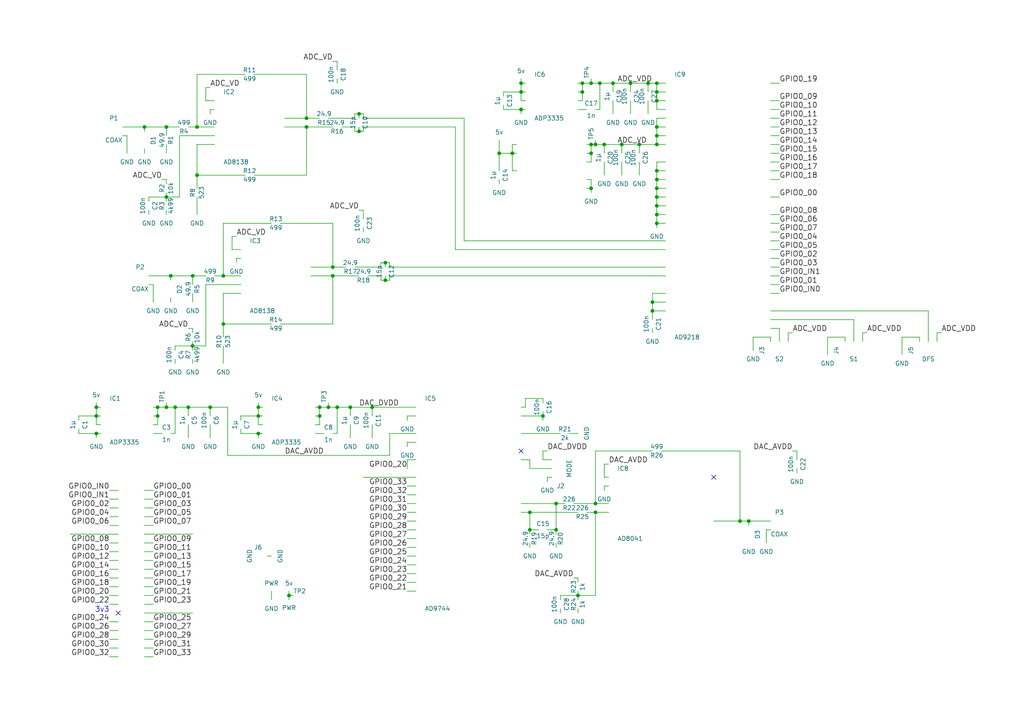
<source format=kicad_sch>
(kicad_sch (version 20230121) (generator eeschema)
  (paper "A4")
  (title_block (title "BBB ADC/DAC Prototype") (date "2017-11-01") (rev "1") (company "Adam Greig"))
  (junction (at 190.5 39.37))
  (junction (at 49.53 80.01))
  (junction (at 27.94 120.65))
  (junction (at 175.26 41.91))
  (junction (at 157.48 120.65))
  (junction (at 190.5 54.61))
  (junction (at 189.23 87.63))
  (junction (at 111.76 76.2))
  (junction (at 190.5 49.53))
  (junction (at 74.93 118.11))
  (junction (at 74.93 125.73))
  (junction (at 27.94 125.73))
  (junction (at 182.88 24.13))
  (junction (at 54.61 118.11))
  (junction (at 190.5 36.83))
  (junction (at 190.5 24.13))
  (junction (at 45.72 118.11))
  (junction (at 167.64 172.72))
  (junction (at 161.29 146.05))
  (junction (at 151.13 26.67))
  (junction (at 172.72 146.05))
  (junction (at 64.77 93.98))
  (junction (at 171.45 44.45))
  (junction (at 101.6 118.11))
  (junction (at 104.14 33.02))
  (junction (at 187.96 24.13))
  (junction (at 96.52 80.01))
  (junction (at 27.94 118.11))
  (junction (at 189.23 90.17))
  (junction (at 171.45 41.91))
  (junction (at 111.76 81.28))
  (junction (at 88.9 34.29))
  (junction (at 57.15 36.83))
  (junction (at 45.72 120.65))
  (junction (at 151.13 31.75))
  (junction (at 168.91 26.67))
  (junction (at 55.88 80.01))
  (junction (at 74.93 120.65))
  (junction (at 177.8 24.13))
  (junction (at 92.71 120.65))
  (junction (at 97.79 118.11))
  (junction (at 172.72 148.59))
  (junction (at 60.96 118.11))
  (junction (at 180.34 41.91))
  (junction (at 185.42 41.91))
  (junction (at 48.26 118.11))
  (junction (at 153.67 153.67))
  (junction (at 144.78 44.45))
  (junction (at 48.26 57.15))
  (junction (at 50.8 118.11))
  (junction (at 190.5 57.15))
  (junction (at 55.88 100.33))
  (junction (at 190.5 62.23))
  (junction (at 171.45 54.61))
  (junction (at 190.5 26.67))
  (junction (at 57.15 50.8))
  (junction (at 88.9 36.83))
  (junction (at 190.5 52.07))
  (junction (at 95.25 118.11))
  (junction (at 172.72 41.91))
  (junction (at 151.13 24.13))
  (junction (at 153.67 148.59))
  (junction (at 214.63 151.13))
  (junction (at 217.17 151.13))
  (junction (at 83.82 172.72))
  (junction (at 148.59 44.45))
  (junction (at 171.45 24.13))
  (junction (at 173.99 24.13))
  (junction (at 190.5 41.91))
  (junction (at 64.77 80.01))
  (junction (at 168.91 24.13))
  (junction (at 104.14 38.1))
  (junction (at 190.5 64.77))
  (junction (at 96.52 77.47))
  (junction (at 161.29 153.67))
  (junction (at 41.91 36.83))
  (junction (at 190.5 29.21))
  (junction (at 107.95 118.11))
  (junction (at 48.26 36.83))
  (junction (at 92.71 118.11))
  (junction (at 190.5 59.69))
  (no_connect (at 207.01 138.43))
  (no_connect (at 151.13 130.81))
  (no_connect (at 34.29 177.8))
  (wire (pts (xy 62.23 80.01) (xy 64.77 80.01)))
  (wire (pts (xy 261.62 102.87) (xy 261.62 97.79)))
  (wire (pts (xy 35.56 36.83) (xy 41.91 36.83)))
  (wire (pts (xy 48.26 52.07) (xy 46.99 52.07)))
  (wire (pts (xy 152.4 24.13) (xy 151.13 24.13)))
  (wire (pts (xy 74.93 125.73) (xy 76.2 125.73)))
  (wire (pts (xy 74.93 123.19) (xy 76.2 123.19)))
  (wire (pts (xy 111.76 81.28) (xy 111.76 80.01)))
  (wire (pts (xy 69.85 120.65) (xy 74.93 120.65)))
  (wire (pts (xy 175.26 140.97) (xy 176.53 140.97)))
  (wire (pts (xy 76.2 118.11) (xy 74.93 118.11)))
  (wire (pts (xy 44.45 175.26) (xy 41.91 175.26)))
  (wire (pts (xy 31.75 162.56) (xy 34.29 162.56)))
  (wire (pts (xy 82.55 34.29) (xy 88.9 34.29)))
  (wire (pts (xy 120.65 125.73) (xy 113.03 125.73)))
  (wire (pts (xy 187.96 24.13) (xy 190.5 24.13)))
  (wire (pts (xy 161.29 146.05) (xy 163.83 146.05)))
  (wire (pts (xy 175.26 138.43) (xy 176.53 138.43)))
  (wire (pts (xy 177.8 24.13) (xy 182.88 24.13)))
  (wire (pts (xy 214.63 151.13) (xy 217.17 151.13)))
  (wire (pts (xy 48.26 116.84) (xy 48.26 118.11)))
  (wire (pts (xy 48.26 44.45) (xy 48.26 41.91)))
  (wire (pts (xy 113.03 132.08) (xy 66.04 132.08)))
  (wire (pts (xy 185.42 41.91) (xy 190.5 41.91)))
  (wire (pts (xy 68.58 76.2) (xy 68.58 74.93)))
  (wire (pts (xy 50.8 100.33) (xy 50.8 101.6)))
  (wire (pts (xy 31.75 172.72) (xy 34.29 172.72)))
  (wire (pts (xy 118.11 163.83) (xy 120.65 163.83)))
  (wire (pts (xy 107.95 118.11) (xy 120.65 118.11)))
  (wire (pts (xy 160.02 138.43) (xy 158.75 138.43)))
  (wire (pts (xy 190.5 39.37) (xy 190.5 36.83)))
  (wire (pts (xy 55.88 95.25) (xy 55.88 96.52)))
  (wire (pts (xy 172.72 40.64) (xy 172.72 41.91)))
  (wire (pts (xy 223.52 95.25) (xy 226.06 95.25)))
  (wire (pts (xy 180.34 44.45) (xy 180.34 41.91)))
  (wire (pts (xy 31.75 180.34) (xy 34.29 180.34)))
  (wire (pts (xy 41.91 167.64) (xy 44.45 167.64)))
  (wire (pts (xy 173.99 31.75) (xy 172.72 31.75)))
  (wire (pts (xy 167.64 167.64) (xy 166.37 167.64)))
  (wire (pts (xy 189.23 90.17) (xy 193.04 90.17)))
  (wire (pts (xy 64.77 64.77) (xy 64.77 80.01)))
  (wire (pts (xy 59.69 100.33) (xy 59.69 82.55)))
  (wire (pts (xy 66.04 132.08) (xy 66.04 118.11)))
  (wire (pts (xy 59.69 25.4) (xy 59.69 29.21)))
  (wire (pts (xy 44.45 125.73) (xy 46.99 125.73)))
  (wire (pts (xy 223.52 44.45) (xy 226.06 44.45)))
  (wire (pts (xy 48.26 52.07) (xy 48.26 53.34)))
  (wire (pts (xy 161.29 158.75) (xy 161.29 157.48)))
  (wire (pts (xy 226.06 62.23) (xy 223.52 62.23)))
  (wire (pts (xy 167.64 31.75) (xy 170.18 31.75)))
  (wire (pts (xy 55.88 100.33) (xy 59.69 100.33)))
  (wire (pts (xy 22.86 121.92) (xy 22.86 120.65)))
  (wire (pts (xy 190.5 39.37) (xy 193.04 39.37)))
  (wire (pts (xy 102.87 77.47) (xy 110.49 77.47)))
  (wire (pts (xy 171.45 41.91) (xy 172.72 41.91)))
  (wire (pts (xy 81.28 93.98) (xy 96.52 93.98)))
  (wire (pts (xy 226.06 95.25) (xy 226.06 99.06)))
  (wire (pts (xy 180.34 50.8) (xy 180.34 46.99)))
  (wire (pts (xy 74.93 118.11) (xy 74.93 120.65)))
  (wire (pts (xy 118.11 148.59) (xy 120.65 148.59)))
  (wire (pts (xy 170.18 148.59) (xy 172.72 148.59)))
  (wire (pts (xy 226.06 31.75) (xy 223.52 31.75)))
  (wire (pts (xy 44.45 157.48) (xy 41.91 157.48)))
  (wire (pts (xy 44.45 160.02) (xy 41.91 160.02)))
  (wire (pts (xy 190.5 41.91) (xy 190.5 39.37)))
  (wire (pts (xy 189.23 130.81) (xy 172.72 130.81)))
  (wire (pts (xy 92.71 120.65) (xy 92.71 123.19)))
  (wire (pts (xy 97.79 118.11) (xy 101.6 118.11)))
  (wire (pts (xy 64.77 105.41) (xy 64.77 100.33)))
  (wire (pts (xy 193.04 36.83) (xy 190.5 36.83)))
  (wire (pts (xy 41.91 190.5) (xy 44.45 190.5)))
  (wire (pts (xy 64.77 93.98) (xy 78.74 93.98)))
  (wire (pts (xy 153.67 158.75) (xy 153.67 157.48)))
  (wire (pts (xy 82.55 36.83) (xy 88.9 36.83)))
  (wire (pts (xy 44.45 170.18) (xy 41.91 170.18)))
  (wire (pts (xy 182.88 24.13) (xy 187.96 24.13)))
  (wire (pts (xy 104.14 60.96) (xy 105.41 60.96)))
  (wire (pts (xy 118.11 153.67) (xy 120.65 153.67)))
  (wire (pts (xy 105.41 38.1) (xy 105.41 36.83)))
  (wire (pts (xy 48.26 62.23) (xy 48.26 60.96)))
  (wire (pts (xy 231.14 130.81) (xy 231.14 133.35)))
  (wire (pts (xy 187.96 29.21) (xy 187.96 33.02)))
  (wire (pts (xy 170.18 41.91) (xy 171.45 41.91)))
  (wire (pts (xy 44.45 82.55) (xy 44.45 87.63)))
  (wire (pts (xy 96.52 17.78) (xy 97.79 17.78)))
  (wire (pts (xy 57.15 50.8) (xy 57.15 54.61)))
  (wire (pts (xy 107.95 120.65) (xy 107.95 118.11)))
  (wire (pts (xy 171.45 46.99) (xy 170.18 46.99)))
  (wire (pts (xy 190.5 24.13) (xy 193.04 24.13)))
  (wire (pts (xy 74.93 127) (xy 74.93 125.73)))
  (wire (pts (xy 160.02 135.89) (xy 153.67 135.89)))
  (wire (pts (xy 172.72 148.59) (xy 176.53 148.59)))
  (wire (pts (xy 27.94 127) (xy 27.94 125.73)))
  (wire (pts (xy 223.52 57.15) (xy 226.06 57.15)))
  (wire (pts (xy 50.8 100.33) (xy 55.88 100.33)))
  (wire (pts (xy 167.64 172.72) (xy 172.72 172.72)))
  (wire (pts (xy 27.94 125.73) (xy 29.21 125.73)))
  (wire (pts (xy 95.25 34.29) (xy 102.87 34.29)))
  (wire (pts (xy 193.04 29.21) (xy 190.5 29.21)))
  (wire (pts (xy 96.52 64.77) (xy 96.52 77.47)))
  (wire (pts (xy 171.45 54.61) (xy 171.45 55.88)))
  (wire (pts (xy 50.8 118.11) (xy 50.8 125.73)))
  (wire (pts (xy 60.96 127) (xy 60.96 123.19)))
  (wire (pts (xy 20.32 154.94) (xy 34.29 154.94)))
  (wire (pts (xy 59.69 82.55) (xy 69.85 82.55)))
  (wire (pts (xy 151.13 29.21) (xy 152.4 29.21)))
  (wire (pts (xy 31.75 152.4) (xy 34.29 152.4)))
  (wire (pts (xy 95.25 118.11) (xy 97.79 118.11)))
  (wire (pts (xy 85.09 172.72) (xy 83.82 172.72)))
  (wire (pts (xy 105.41 67.31) (xy 105.41 66.04)))
  (wire (pts (xy 223.52 69.85) (xy 226.06 69.85)))
  (wire (pts (xy 31.75 147.32) (xy 34.29 147.32)))
  (wire (pts (xy 168.91 24.13) (xy 171.45 24.13)))
  (wire (pts (xy 170.18 52.07) (xy 171.45 52.07)))
  (wire (pts (xy 271.78 96.52) (xy 271.78 99.06)))
  (wire (pts (xy 146.05 30.48) (xy 146.05 31.75)))
  (wire (pts (xy 226.06 46.99) (xy 223.52 46.99)))
  (wire (pts (xy 64.77 85.09) (xy 64.77 93.98)))
  (wire (pts (xy 193.04 54.61) (xy 190.5 54.61)))
  (wire (pts (xy 44.45 165.1) (xy 41.91 165.1)))
  (wire (pts (xy 190.5 54.61) (xy 190.5 57.15)))
  (wire (pts (xy 41.91 185.42) (xy 44.45 185.42)))
  (wire (pts (xy 157.48 120.65) (xy 157.48 121.92)))
  (wire (pts (xy 91.44 118.11) (xy 92.71 118.11)))
  (wire (pts (xy 41.91 172.72) (xy 44.45 172.72)))
  (wire (pts (xy 168.91 29.21) (xy 167.64 29.21)))
  (wire (pts (xy 190.5 62.23) (xy 190.5 64.77)))
  (wire (pts (xy 158.75 153.67) (xy 161.29 153.67)))
  (wire (pts (xy 49.53 87.63) (xy 49.53 86.36)))
  (wire (pts (xy 151.13 33.02) (xy 151.13 31.75)))
  (wire (pts (xy 69.85 125.73) (xy 74.93 125.73)))
  (wire (pts (xy 81.28 64.77) (xy 96.52 64.77)))
  (wire (pts (xy 118.11 171.45) (xy 120.65 171.45)))
  (wire (pts (xy 120.65 161.29) (xy 118.11 161.29)))
  (wire (pts (xy 92.71 118.11) (xy 95.25 118.11)))
  (wire (pts (xy 34.29 182.88) (xy 31.75 182.88)))
  (wire (pts (xy 118.11 158.75) (xy 120.65 158.75)))
  (wire (pts (xy 190.5 34.29) (xy 193.04 34.29)))
  (wire (pts (xy 41.91 44.45) (xy 41.91 43.18)))
  (wire (pts (xy 190.5 31.75) (xy 193.04 31.75)))
  (wire (pts (xy 111.76 76.2) (xy 113.03 76.2)))
  (wire (pts (xy 167.64 26.67) (xy 168.91 26.67)))
  (wire (pts (xy 102.87 36.83) (xy 102.87 38.1)))
  (wire (pts (xy 151.13 118.11) (xy 152.4 118.11)))
  (wire (pts (xy 55.88 87.63) (xy 55.88 85.09)))
  (wire (pts (xy 170.18 54.61) (xy 171.45 54.61)))
  (wire (pts (xy 102.87 33.02) (xy 104.14 33.02)))
  (wire (pts (xy 97.79 24.13) (xy 97.79 22.86)))
  (wire (pts (xy 44.45 187.96) (xy 41.91 187.96)))
  (wire (pts (xy 101.6 127) (xy 101.6 123.19)))
  (wire (pts (xy 266.7 97.79) (xy 266.7 99.06)))
  (wire (pts (xy 273.05 96.52) (xy 271.78 96.52)))
  (wire (pts (xy 22.86 124.46) (xy 22.86 125.73)))
  (wire (pts (xy 167.64 177.8) (xy 167.64 176.53)))
  (wire (pts (xy 64.77 93.98) (xy 64.77 97.79)))
  (wire (pts (xy 102.87 38.1) (xy 104.14 38.1)))
  (wire (pts (xy 48.26 118.11) (xy 50.8 118.11)))
  (wire (pts (xy 218.44 97.79) (xy 223.52 97.79)))
  (wire (pts (xy 41.91 180.34) (xy 44.45 180.34)))
  (wire (pts (xy 64.77 80.01) (xy 69.85 80.01)))
  (wire (pts (xy 149.86 41.91) (xy 148.59 41.91)))
  (wire (pts (xy 153.67 153.67) (xy 153.67 154.94)))
  (wire (pts (xy 48.26 55.88) (xy 48.26 57.15)))
  (wire (pts (xy 43.18 82.55) (xy 44.45 82.55)))
  (wire (pts (xy 190.5 29.21) (xy 190.5 31.75)))
  (wire (pts (xy 48.26 36.83) (xy 52.07 36.83)))
  (wire (pts (xy 134.62 69.85) (xy 193.04 69.85)))
  (wire (pts (xy 22.86 125.73) (xy 27.94 125.73)))
  (wire (pts (xy 48.26 57.15) (xy 48.26 58.42)))
  (wire (pts (xy 223.52 153.67) (xy 222.25 153.67)))
  (wire (pts (xy 158.75 130.81) (xy 157.48 130.81)))
  (wire (pts (xy 134.62 34.29) (xy 134.62 69.85)))
  (wire (pts (xy 111.76 81.28) (xy 113.03 81.28)))
  (wire (pts (xy 31.75 149.86) (xy 34.29 149.86)))
  (wire (pts (xy 48.26 57.15) (xy 52.07 57.15)))
  (wire (pts (xy 57.15 41.91) (xy 57.15 50.8)))
  (wire (pts (xy 190.5 62.23) (xy 193.04 62.23)))
  (wire (pts (xy 175.26 142.24) (xy 175.26 140.97)))
  (wire (pts (xy 229.87 130.81) (xy 231.14 130.81)))
  (wire (pts (xy 132.08 36.83) (xy 132.08 72.39)))
  (wire (pts (xy 68.58 74.93) (xy 69.85 74.93)))
  (wire (pts (xy 167.64 24.13) (xy 168.91 24.13)))
  (wire (pts (xy 223.52 90.17) (xy 269.24 90.17)))
  (wire (pts (xy 193.04 59.69) (xy 190.5 59.69)))
  (wire (pts (xy 57.15 36.83) (xy 62.23 36.83)))
  (wire (pts (xy 171.45 41.91) (xy 171.45 44.45)))
  (wire (pts (xy 223.52 97.79) (xy 223.52 99.06)))
  (wire (pts (xy 151.13 24.13) (xy 151.13 26.67)))
  (wire (pts (xy 41.91 177.8) (xy 55.88 177.8)))
  (wire (pts (xy 217.17 152.4) (xy 217.17 151.13)))
  (wire (pts (xy 97.79 125.73) (xy 96.52 125.73)))
  (wire (pts (xy 151.13 133.35) (xy 153.67 133.35)))
  (wire (pts (xy 45.72 120.65) (xy 45.72 123.19)))
  (wire (pts (xy 60.96 33.02) (xy 60.96 31.75)))
  (wire (pts (xy 189.23 90.17) (xy 189.23 92.71)))
  (wire (pts (xy 78.74 171.45) (xy 78.74 173.99)))
  (wire (pts (xy 44.45 120.65) (xy 45.72 120.65)))
  (wire (pts (xy 90.17 77.47) (xy 96.52 77.47)))
  (wire (pts (xy 185.42 44.45) (xy 185.42 41.91)))
  (wire (pts (xy 120.65 146.05) (xy 118.11 146.05)))
  (wire (pts (xy 50.8 125.73) (xy 49.53 125.73)))
  (wire (pts (xy 120.65 128.27) (xy 118.11 128.27)))
  (wire (pts (xy 101.6 118.11) (xy 101.6 120.65)))
  (wire (pts (xy 41.91 144.78) (xy 44.45 144.78)))
  (wire (pts (xy 226.06 41.91) (xy 223.52 41.91)))
  (wire (pts (xy 44.45 118.11) (xy 45.72 118.11)))
  (wire (pts (xy 83.82 172.72) (xy 83.82 171.45)))
  (wire (pts (xy 74.93 120.65) (xy 76.2 120.65)))
  (wire (pts (xy 43.18 60.96) (xy 43.18 62.23)))
  (wire (pts (xy 153.67 153.67) (xy 156.21 153.67)))
  (wire (pts (xy 68.58 68.58) (xy 67.31 68.58)))
  (wire (pts (xy 55.88 105.41) (xy 55.88 104.14)))
  (wire (pts (xy 190.5 57.15) (xy 193.04 57.15)))
  (wire (pts (xy 226.06 72.39) (xy 223.52 72.39)))
  (wire (pts (xy 110.49 80.01) (xy 110.49 81.28)))
  (wire (pts (xy 118.11 140.97) (xy 120.65 140.97)))
  (wire (pts (xy 223.52 39.37) (xy 226.06 39.37)))
  (wire (pts (xy 180.34 41.91) (xy 185.42 41.91)))
  (wire (pts (xy 41.91 152.4) (xy 44.45 152.4)))
  (wire (pts (xy 187.96 26.67) (xy 187.96 24.13)))
  (wire (pts (xy 92.71 118.11) (xy 92.71 120.65)))
  (wire (pts (xy 223.52 74.93) (xy 226.06 74.93)))
  (wire (pts (xy 41.91 36.83) (xy 48.26 36.83)))
  (wire (pts (xy 48.26 36.83) (xy 48.26 39.37)))
  (wire (pts (xy 105.41 60.96) (xy 105.41 63.5)))
  (wire (pts (xy 175.26 50.8) (xy 175.26 46.99)))
  (wire (pts (xy 157.48 115.57) (xy 157.48 116.84)))
  (wire (pts (xy 177.8 24.13) (xy 177.8 26.67)))
  (wire (pts (xy 27.94 118.11) (xy 27.94 120.65)))
  (wire (pts (xy 34.29 170.18) (xy 31.75 170.18)))
  (wire (pts (xy 144.78 44.45) (xy 148.59 44.45)))
  (wire (pts (xy 162.56 172.72) (xy 167.64 172.72)))
  (wire (pts (xy 226.06 36.83) (xy 223.52 36.83)))
  (wire (pts (xy 41.91 36.83) (xy 41.91 38.1)))
  (wire (pts (xy 106.68 80.01) (xy 110.49 80.01)))
  (wire (pts (xy 62.23 41.91) (xy 57.15 41.91)))
  (wire (pts (xy 161.29 153.67) (xy 161.29 154.94)))
  (wire (pts (xy 113.03 125.73) (xy 113.03 132.08)))
  (wire (pts (xy 189.23 85.09) (xy 189.23 87.63)))
  (wire (pts (xy 113.03 77.47) (xy 193.04 77.47)))
  (wire (pts (xy 151.13 22.86) (xy 151.13 24.13)))
  (wire (pts (xy 78.74 161.29) (xy 77.47 161.29)))
  (wire (pts (xy 223.52 34.29) (xy 226.06 34.29)))
  (wire (pts (xy 55.88 80.01) (xy 55.88 82.55)))
  (wire (pts (xy 190.5 36.83) (xy 190.5 34.29)))
  (wire (pts (xy 52.07 57.15) (xy 52.07 39.37)))
  (wire (pts (xy 55.88 80.01) (xy 59.69 80.01)))
  (wire (pts (xy 34.29 142.24) (xy 31.75 142.24)))
  (wire (pts (xy 83.82 173.99) (xy 83.82 172.72)))
  (wire (pts (xy 223.52 29.21) (xy 226.06 29.21)))
  (wire (pts (xy 101.6 118.11) (xy 107.95 118.11)))
  (wire (pts (xy 31.75 165.1) (xy 34.29 165.1)))
  (wire (pts (xy 118.11 120.65) (xy 118.11 121.92)))
  (wire (pts (xy 88.9 50.8) (xy 88.9 36.83)))
  (wire (pts (xy 43.18 57.15) (xy 48.26 57.15)))
  (wire (pts (xy 171.45 22.86) (xy 171.45 24.13)))
  (wire (pts (xy 223.52 64.77) (xy 226.06 64.77)))
  (wire (pts (xy 120.65 156.21) (xy 118.11 156.21)))
  (wire (pts (xy 190.5 46.99) (xy 190.5 49.53)))
  (wire (pts (xy 185.42 50.8) (xy 185.42 46.99)))
  (wire (pts (xy 226.06 24.13) (xy 223.52 24.13)))
  (wire (pts (xy 223.52 85.09) (xy 226.06 85.09)))
  (wire (pts (xy 148.59 49.53) (xy 149.86 49.53)))
  (wire (pts (xy 118.11 168.91) (xy 120.65 168.91)))
  (wire (pts (xy 27.94 120.65) (xy 27.94 123.19)))
  (wire (pts (xy 27.94 120.65) (xy 29.21 120.65)))
  (wire (pts (xy 45.72 118.11) (xy 45.72 120.65)))
  (wire (pts (xy 222.25 153.67) (xy 222.25 157.48)))
  (wire (pts (xy 74.93 120.65) (xy 74.93 123.19)))
  (wire (pts (xy 29.21 118.11) (xy 27.94 118.11)))
  (wire (pts (xy 73.66 21.59) (xy 88.9 21.59)))
  (wire (pts (xy 104.14 38.1) (xy 104.14 36.83)))
  (wire (pts (xy 189.23 96.52) (xy 189.23 95.25)))
  (wire (pts (xy 69.85 85.09) (xy 64.77 85.09)))
  (wire (pts (xy 151.13 31.75) (xy 152.4 31.75)))
  (wire (pts (xy 157.48 133.35) (xy 160.02 133.35)))
  (wire (pts (xy 43.18 80.01) (xy 49.53 80.01)))
  (wire (pts (xy 105.41 33.02) (xy 105.41 34.29)))
  (wire (pts (xy 34.29 187.96) (xy 31.75 187.96)))
  (wire (pts (xy 190.5 41.91) (xy 193.04 41.91)))
  (wire (pts (xy 78.74 64.77) (xy 64.77 64.77)))
  (wire (pts (xy 172.72 130.81) (xy 172.72 146.05)))
  (wire (pts (xy 111.76 76.2) (xy 111.76 77.47)))
  (wire (pts (xy 74.93 116.84) (xy 74.93 118.11)))
  (wire (pts (xy 168.91 24.13) (xy 168.91 26.67)))
  (wire (pts (xy 97.79 118.11) (xy 97.79 125.73)))
  (wire (pts (xy 162.56 125.73) (xy 151.13 125.73)))
  (wire (pts (xy 175.26 134.62) (xy 175.26 138.43)))
  (wire (pts (xy 223.52 49.53) (xy 226.06 49.53)))
  (wire (pts (xy 44.45 182.88) (xy 41.91 182.88)))
  (wire (pts (xy 166.37 146.05) (xy 172.72 146.05)))
  (wire (pts (xy 31.75 190.5) (xy 34.29 190.5)))
  (wire (pts (xy 120.65 166.37) (xy 118.11 166.37)))
  (wire (pts (xy 152.4 118.11) (xy 152.4 115.57)))
  (wire (pts (xy 190.5 59.69) (xy 190.5 62.23)))
  (wire (pts (xy 35.56 39.37) (xy 36.83 39.37)))
  (wire (pts (xy 105.41 138.43) (xy 120.65 138.43)))
  (wire (pts (xy 151.13 26.67) (xy 152.4 26.67)))
  (wire (pts (xy 60.96 118.11) (xy 66.04 118.11)))
  (wire (pts (xy 190.5 52.07) (xy 193.04 52.07)))
  (wire (pts (xy 172.72 146.05) (xy 176.53 146.05)))
  (wire (pts (xy 144.78 40.64) (xy 144.78 44.45)))
  (wire (pts (xy 226.06 82.55) (xy 223.52 82.55)))
  (wire (pts (xy 228.6 96.52) (xy 228.6 99.06)))
  (wire (pts (xy 41.91 147.32) (xy 44.45 147.32)))
  (wire (pts (xy 151.13 120.65) (xy 157.48 120.65)))
  (wire (pts (xy 59.69 29.21) (xy 62.23 29.21)))
  (wire (pts (xy 167.64 171.45) (xy 167.64 172.72)))
  (wire (pts (xy 71.12 21.59) (xy 57.15 21.59)))
  (wire (pts (xy 54.61 118.11) (xy 60.96 118.11)))
  (wire (pts (xy 261.62 97.79) (xy 266.7 97.79)))
  (wire (pts (xy 148.59 41.91) (xy 148.59 44.45)))
  (wire (pts (xy 54.61 127) (xy 54.61 123.19)))
  (wire (pts (xy 193.04 87.63) (xy 189.23 87.63)))
  (wire (pts (xy 175.26 41.91) (xy 175.26 44.45)))
  (wire (pts (xy 148.59 44.45) (xy 149.86 44.45)))
  (wire (pts (xy 105.41 36.83) (xy 132.08 36.83)))
  (wire (pts (xy 176.53 134.62) (xy 175.26 134.62)))
  (wire (pts (xy 172.72 172.72) (xy 172.72 148.59)))
  (wire (pts (xy 57.15 62.23) (xy 57.15 57.15)))
  (wire (pts (xy 162.56 173.99) (xy 162.56 172.72)))
  (wire (pts (xy 45.72 123.19) (xy 44.45 123.19)))
  (wire (pts (xy 175.26 41.91) (xy 180.34 41.91)))
  (wire (pts (xy 110.49 81.28) (xy 111.76 81.28)))
  (wire (pts (xy 49.53 80.01) (xy 55.88 80.01)))
  (wire (pts (xy 60.96 25.4) (xy 59.69 25.4)))
  (wire (pts (xy 167.64 167.64) (xy 167.64 168.91)))
  (wire (pts (xy 55.88 99.06) (xy 55.88 100.33)))
  (wire (pts (xy 170.18 44.45) (xy 171.45 44.45)))
  (wire (pts (xy 146.05 27.94) (xy 146.05 26.67)))
  (wire (pts (xy 245.11 97.79) (xy 245.11 99.06)))
  (wire (pts (xy 171.45 44.45) (xy 171.45 46.99)))
  (wire (pts (xy 104.14 33.02) (xy 105.41 33.02)))
  (wire (pts (xy 31.75 157.48) (xy 34.29 157.48)))
  (wire (pts (xy 104.14 38.1) (xy 105.41 38.1)))
  (wire (pts (xy 182.88 33.02) (xy 182.88 29.21)))
  (wire (pts (xy 50.8 118.11) (xy 54.61 118.11)))
  (wire (pts (xy 118.11 135.89) (xy 118.11 133.35)))
  (wire (pts (xy 22.86 120.65) (xy 27.94 120.65)))
  (wire (pts (xy 52.07 39.37) (xy 62.23 39.37)))
  (wire (pts (xy 153.67 148.59) (xy 153.67 153.67)))
  (wire (pts (xy 96.52 77.47) (xy 100.33 77.47)))
  (wire (pts (xy 60.96 120.65) (xy 60.96 118.11)))
  (wire (pts (xy 36.83 39.37) (xy 36.83 44.45)))
  (wire (pts (xy 269.24 90.17) (xy 269.24 99.06)))
  (wire (pts (xy 226.06 77.47) (xy 223.52 77.47)))
  (wire (pts (xy 110.49 77.47) (xy 110.49 76.2)))
  (wire (pts (xy 57.15 21.59) (xy 57.15 36.83)))
  (wire (pts (xy 50.8 104.14) (xy 50.8 105.41)))
  (wire (pts (xy 41.91 149.86) (xy 44.45 149.86)))
  (wire (pts (xy 67.31 72.39) (xy 69.85 72.39)))
  (wire (pts (xy 190.5 49.53) (xy 190.5 52.07)))
  (wire (pts (xy 157.48 119.38) (xy 157.48 120.65)))
  (wire (pts (xy 226.06 52.07) (xy 223.52 52.07)))
  (wire (pts (xy 27.94 116.84) (xy 27.94 118.11)))
  (wire (pts (xy 102.87 34.29) (xy 102.87 33.02)))
  (wire (pts (xy 144.78 52.07) (xy 144.78 53.34)))
  (wire (pts (xy 171.45 52.07) (xy 171.45 54.61)))
  (wire (pts (xy 91.44 120.65) (xy 92.71 120.65)))
  (wire (pts (xy 173.99 24.13) (xy 173.99 31.75)))
  (wire (pts (xy 54.61 118.11) (xy 54.61 120.65)))
  (wire (pts (xy 104.14 33.02) (xy 104.14 34.29)))
  (wire (pts (xy 190.5 52.07) (xy 190.5 54.61)))
  (wire (pts (xy 49.53 80.01) (xy 49.53 81.28)))
  (wire (pts (xy 41.91 154.94) (xy 55.88 154.94)))
  (wire (pts (xy 158.75 138.43) (xy 158.75 139.7)))
  (wire (pts (xy 231.14 137.16) (xy 231.14 135.89)))
  (wire (pts (xy 90.17 80.01) (xy 96.52 80.01)))
  (wire (pts (xy 168.91 26.67) (xy 168.91 29.21)))
  (wire (pts (xy 43.18 57.15) (xy 43.18 58.42)))
  (wire (pts (xy 171.45 24.13) (xy 173.99 24.13)))
  (wire (pts (xy 31.75 144.78) (xy 34.29 144.78)))
  (wire (pts (xy 95.25 116.84) (xy 95.25 118.11)))
  (wire (pts (xy 107.95 123.19) (xy 107.95 127)))
  (wire (pts (xy 132.08 72.39) (xy 193.04 72.39)))
  (wire (pts (xy 45.72 118.11) (xy 48.26 118.11)))
  (wire (pts (xy 167.64 172.72) (xy 167.64 173.99)))
  (wire (pts (xy 223.52 92.71) (xy 247.65 92.71)))
  (wire (pts (xy 99.06 36.83) (xy 102.87 36.83)))
  (wire (pts (xy 41.91 162.56) (xy 44.45 162.56)))
  (wire (pts (xy 193.04 26.67) (xy 190.5 26.67)))
  (wire (pts (xy 152.4 115.57) (xy 157.48 115.57)))
  (wire (pts (xy 96.52 80.01) (xy 104.14 80.01)))
  (wire (pts (xy 73.66 50.8) (xy 88.9 50.8)))
  (wire (pts (xy 151.13 148.59) (xy 153.67 148.59)))
  (wire (pts (xy 151.13 146.05) (xy 161.29 146.05)))
  (wire (pts (xy 144.78 44.45) (xy 144.78 49.53)))
  (wire (pts (xy 91.44 125.73) (xy 93.98 125.73)))
  (wire (pts (xy 31.75 185.42) (xy 34.29 185.42)))
  (wire (pts (xy 97.79 17.78) (xy 97.79 20.32)))
  (wire (pts (xy 226.06 67.31) (xy 223.52 67.31)))
  (wire (pts (xy 218.44 101.6) (xy 218.44 97.79)))
  (wire (pts (xy 214.63 130.81) (xy 214.63 151.13)))
  (wire (pts (xy 55.88 100.33) (xy 55.88 101.6)))
  (wire (pts (xy 177.8 33.02) (xy 177.8 29.21)))
  (wire (pts (xy 120.65 151.13) (xy 118.11 151.13)))
  (wire (pts (xy 240.03 97.79) (xy 245.11 97.79)))
  (wire (pts (xy 88.9 34.29) (xy 92.71 34.29)))
  (wire (pts (xy 118.11 133.35) (xy 120.65 133.35)))
  (wire (pts (xy 207.01 151.13) (xy 214.63 151.13)))
  (wire (pts (xy 146.05 26.67) (xy 151.13 26.67)))
  (wire (pts (xy 153.67 148.59) (xy 167.64 148.59)))
  (wire (pts (xy 120.65 120.65) (xy 118.11 120.65)))
  (wire (pts (xy 27.94 123.19) (xy 29.21 123.19)))
  (wire (pts (xy 193.04 46.99) (xy 190.5 46.99)))
  (wire (pts (xy 173.99 24.13) (xy 177.8 24.13)))
  (wire (pts (xy 157.48 130.81) (xy 157.48 133.35)))
  (wire (pts (xy 113.03 76.2) (xy 113.03 77.47)))
  (wire (pts (xy 96.52 93.98) (xy 96.52 80.01)))
  (wire (pts (xy 151.13 26.67) (xy 151.13 29.21)))
  (wire (pts (xy 193.04 49.53) (xy 190.5 49.53)))
  (wire (pts (xy 31.75 160.02) (xy 34.29 160.02)))
  (wire (pts (xy 60.96 31.75) (xy 62.23 31.75)))
  (wire (pts (xy 153.67 133.35) (xy 153.67 135.89)))
  (wire (pts (xy 172.72 41.91) (xy 175.26 41.91)))
  (wire (pts (xy 92.71 123.19) (xy 91.44 123.19)))
  (wire (pts (xy 113.03 81.28) (xy 113.03 80.01)))
  (wire (pts (xy 54.61 36.83) (xy 57.15 36.83)))
  (wire (pts (xy 190.5 26.67) (xy 190.5 29.21)))
  (wire (pts (xy 118.11 128.27) (xy 118.11 129.54)))
  (wire (pts (xy 162.56 176.53) (xy 162.56 177.8)))
  (wire (pts (xy 146.05 31.75) (xy 151.13 31.75)))
  (wire (pts (xy 190.5 57.15) (xy 190.5 59.69)))
  (wire (pts (xy 57.15 50.8) (xy 71.12 50.8)))
  (wire (pts (xy 182.88 26.67) (xy 182.88 24.13)))
  (wire (pts (xy 148.59 44.45) (xy 148.59 49.53)))
  (wire (pts (xy 67.31 68.58) (xy 67.31 72.39)))
  (wire (pts (xy 161.29 146.05) (xy 161.29 153.67)))
  (wire (pts (xy 189.23 85.09) (xy 193.04 85.09)))
  (wire (pts (xy 110.49 76.2) (xy 111.76 76.2)))
  (wire (pts (xy 240.03 102.87) (xy 240.03 97.79)))
  (wire (pts (xy 41.91 142.24) (xy 44.45 142.24)))
  (wire (pts (xy 250.19 96.52) (xy 250.19 99.06)))
  (wire (pts (xy 118.11 143.51) (xy 120.65 143.51)))
  (wire (pts (xy 229.87 96.52) (xy 228.6 96.52)))
  (wire (pts (xy 34.29 175.26) (xy 31.75 175.26)))
  (wire (pts (xy 31.75 167.64) (xy 34.29 167.64)))
  (wire (pts (xy 193.04 64.77) (xy 190.5 64.77)))
  (wire (pts (xy 223.52 80.01) (xy 226.06 80.01)))
  (wire (pts (xy 217.17 151.13) (xy 223.52 151.13)))
  (wire (pts (xy 55.88 95.25) (xy 54.61 95.25)))
  (wire (pts (xy 113.03 80.01) (xy 193.04 80.01)))
  (wire (pts (xy 190.5 64.77) (xy 190.5 66.04)))
  (wire (pts (xy 247.65 92.71) (xy 247.65 99.06)))
  (wire (pts (xy 190.5 24.13) (xy 190.5 26.67)))
  (wire (pts (xy 69.85 121.92) (xy 69.85 120.65)))
  (wire (pts (xy 88.9 36.83) (xy 96.52 36.83)))
  (wire (pts (xy 88.9 21.59) (xy 88.9 34.29)))
  (wire (pts (xy 167.64 125.73) (xy 165.1 125.73)))
  (wire (pts (xy 69.85 124.46) (xy 69.85 125.73)))
  (wire (pts (xy 251.46 96.52) (xy 250.19 96.52)))
  (wire (pts (xy 105.41 34.29) (xy 134.62 34.29)))
  (wire (pts (xy 189.23 87.63) (xy 189.23 90.17)))
  (wire (pts (xy 191.77 130.81) (xy 214.63 130.81)))
  (text "3v3" (at 31.75 177.8 0) (effects (font (size 1.524 1.524)) (justify right bottom)))
  (label "DAC_AVDD" (at 176.53 134.62 0) (effects (font (size 1.524 1.524))))
  (label "GPIO0_IN1" (at 31.75 144.78 180) (effects (font (size 1.524 1.524))))
  (label "GPIO0_08" (at 31.75 157.48 180) (effects (font (size 1.524 1.524))))
  (label "GPIO0_04" (at 226.06 69.85 0) (effects (font (size 1.524 1.524))))
  (label "GPIO0_33" (at 44.45 190.5 0) (effects (font (size 1.524 1.524))))
  (label "GPIO0_10" (at 226.06 31.75 0) (effects (font (size 1.524 1.524))))
  (label "GPIO0_22" (at 118.11 168.91 180) (effects (font (size 1.524 1.524))))
  (label "GPIO0_09" (at 44.45 157.48 0) (effects (font (size 1.524 1.524))))
  (label "GPIO0_15" (at 226.06 44.45 0) (effects (font (size 1.524 1.524))))
  (label "GPIO0_18" (at 31.75 170.18 180) (effects (font (size 1.524 1.524))))
  (label "GPIO0_30" (at 118.11 148.59 180) (effects (font (size 1.524 1.524))))
  (label "ADC_VD" (at 46.99 52.07 180) (effects (font (size 1.524 1.524))))
  (label "GPIO0_30" (at 31.75 187.96 180) (effects (font (size 1.524 1.524))))
  (label "GPIO0_06" (at 226.06 64.77 0) (effects (font (size 1.524 1.524))))
  (label "GPIO0_00" (at 44.45 142.24 0) (effects (font (size 1.524 1.524))))
  (label "DAC_AVDD" (at 229.87 130.81 180) (effects (font (size 1.524 1.524))))
  (label "GPIO0_10" (at 31.75 160.02 180) (effects (font (size 1.524 1.524))))
  (label "GPIO0_24" (at 31.75 180.34 180) (effects (font (size 1.524 1.524))))
  (label "GPIO0_27" (at 44.45 182.88 0) (effects (font (size 1.524 1.524))))
  (label "GPIO0_31" (at 44.45 187.96 0) (effects (font (size 1.524 1.524))))
  (label "GPIO0_01" (at 226.06 82.55 0) (effects (font (size 1.524 1.524))))
  (label "GPIO0_19" (at 226.06 24.13 0) (effects (font (size 1.524 1.524))))
  (label "GPIO0_19" (at 44.45 170.18 0) (effects (font (size 1.524 1.524))))
  (label "GPIO0_04" (at 31.75 149.86 180) (effects (font (size 1.524 1.524))))
  (label "GPIO0_03" (at 44.45 147.32 0) (effects (font (size 1.524 1.524))))
  (label "GPIO0_09" (at 226.06 29.21 0) (effects (font (size 1.524 1.524))))
  (label "GPIO0_14" (at 31.75 165.1 180) (effects (font (size 1.524 1.524))))
  (label "GPIO0_01" (at 44.45 144.78 0) (effects (font (size 1.524 1.524))))
  (label "DAC_DVDD" (at 158.75 130.81 0) (effects (font (size 1.524 1.524))))
  (label "GPIO0_07" (at 226.06 67.31 0) (effects (font (size 1.524 1.524))))
  (label "GPIO0_IN0" (at 31.75 142.24 180) (effects (font (size 1.524 1.524))))
  (label "GPIO0_28" (at 31.75 185.42 180) (effects (font (size 1.524 1.524))))
  (label "GPIO0_00" (at 226.06 57.15 0) (effects (font (size 1.524 1.524))))
  (label "GPIO0_16" (at 31.75 167.64 180) (effects (font (size 1.524 1.524))))
  (label "ADC_VD" (at 104.14 60.96 180) (effects (font (size 1.524 1.524))))
  (label "GPIO0_28" (at 118.11 153.67 180) (effects (font (size 1.524 1.524))))
  (label "GPIO0_02" (at 226.06 74.93 0) (effects (font (size 1.524 1.524))))
  (label "GPIO0_29" (at 44.45 185.42 0) (effects (font (size 1.524 1.524))))
  (label "ADC_VD" (at 60.96 25.4 0) (effects (font (size 1.524 1.524))))
  (label "DAC_AVDD" (at 82.55 132.08 0) (effects (font (size 1.524 1.524))))
  (label "GPIO0_03" (at 226.06 77.47 0) (effects (font (size 1.524 1.524))))
  (label "GPIO0_32" (at 31.75 190.5 180) (effects (font (size 1.524 1.524))))
  (label "GPIO0_26" (at 118.11 158.75 180) (effects (font (size 1.524 1.524))))
  (label "GPIO0_22" (at 31.75 175.26 180) (effects (font (size 1.524 1.524))))
  (label "GPIO0_20" (at 118.11 135.89 180) (effects (font (size 1.524 1.524))))
  (label "GPIO0_15" (at 44.45 165.1 0) (effects (font (size 1.524 1.524))))
  (label "GPIO0_24" (at 118.11 163.83 180) (effects (font (size 1.524 1.524))))
  (label "ADC_VD" (at 179.07 41.91 0) (effects (font (size 1.524 1.524))))
  (label "GPIO0_17" (at 226.06 49.53 0) (effects (font (size 1.524 1.524))))
  (label "GPIO0_18" (at 226.06 52.07 0) (effects (font (size 1.524 1.524))))
  (label "GPIO0_16" (at 226.06 46.99 0) (effects (font (size 1.524 1.524))))
  (label "GPIO0_05" (at 226.06 72.39 0) (effects (font (size 1.524 1.524))))
  (label "GPIO0_IN0" (at 226.06 85.09 0) (effects (font (size 1.524 1.524))))
  (label "GPIO0_05" (at 44.45 149.86 0) (effects (font (size 1.524 1.524))))
  (label "GPIO0_21" (at 118.11 171.45 180) (effects (font (size 1.524 1.524))))
  (label "GPIO0_21" (at 44.45 172.72 0) (effects (font (size 1.524 1.524))))
  (label "GPIO0_29" (at 118.11 151.13 180) (effects (font (size 1.524 1.524))))
  (label "GPIO0_32" (at 118.11 143.51 180) (effects (font (size 1.524 1.524))))
  (label "GPIO0_12" (at 31.75 162.56 180) (effects (font (size 1.524 1.524))))
  (label "GPIO0_13" (at 44.45 162.56 0) (effects (font (size 1.524 1.524))))
  (label "GPIO0_25" (at 44.45 180.34 0) (effects (font (size 1.524 1.524))))
  (label "GPIO0_17" (at 44.45 167.64 0) (effects (font (size 1.524 1.524))))
  (label "GPIO0_14" (at 226.06 41.91 0) (effects (font (size 1.524 1.524))))
  (label "GPIO0_12" (at 226.06 36.83 0) (effects (font (size 1.524 1.524))))
  (label "GPIO0_02" (at 31.75 147.32 180) (effects (font (size 1.524 1.524))))
  (label "ADC_VDD" (at 251.46 96.52 0) (effects (font (size 1.524 1.524))))
  (label "GPIO0_IN1" (at 226.06 80.01 0) (effects (font (size 1.524 1.524))))
  (label "GPIO0_27" (at 118.11 156.21 180) (effects (font (size 1.524 1.524))))
  (label "GPIO0_23" (at 44.45 175.26 0) (effects (font (size 1.524 1.524))))
  (label "GPIO0_31" (at 118.11 146.05 180) (effects (font (size 1.524 1.524))))
  (label "GPIO0_11" (at 44.45 160.02 0) (effects (font (size 1.524 1.524))))
  (label "GPIO0_25" (at 118.11 161.29 180) (effects (font (size 1.524 1.524))))
  (label "GPIO0_33" (at 118.11 140.97 180) (effects (font (size 1.524 1.524))))
  (label "GPIO0_13" (at 226.06 39.37 0) (effects (font (size 1.524 1.524))))
  (label "GPIO0_20" (at 31.75 172.72 180) (effects (font (size 1.524 1.524))))
  (label "ADC_VDD" (at 229.87 96.52 0) (effects (font (size 1.524 1.524))))
  (label "DAC_AVDD" (at 166.37 167.64 180) (effects (font (size 1.524 1.524))))
  (label "GPIO0_07" (at 44.45 152.4 0) (effects (font (size 1.524 1.524))))
  (label "ADC_VD" (at 68.58 68.58 0) (effects (font (size 1.524 1.524))))
  (label "GPIO0_06" (at 31.75 152.4 180) (effects (font (size 1.524 1.524))))
  (label "DAC_DVDD" (at 104.14 118.11 0) (effects (font (size 1.524 1.524))))
  (label "GPIO0_08" (at 226.06 62.23 0) (effects (font (size 1.524 1.524))))
  (label "ADC_VDD" (at 179.07 24.13 0) (effects (font (size 1.524 1.524))))
  (label "GPIO0_23" (at 118.11 166.37 180) (effects (font (size 1.524 1.524))))
  (label "ADC_VDD" (at 273.05 96.52 0) (effects (font (size 1.524 1.524))))
  (label "GPIO0_26" (at 31.75 182.88 180) (effects (font (size 1.524 1.524))))
  (label "ADC_VD" (at 96.52 17.78 180) (effects (font (size 1.524 1.524))))
  (label "ADC_VD" (at 54.61 95.25 180) (effects (font (size 1.524 1.524))))
  (label "GPIO0_11" (at 226.06 34.29 0) (effects (font (size 1.524 1.524))))
  (symbol (lib_id "agg-kicad:CONN_02x20") (at 39.37 142.24 0) (unit 1)
    (property "Reference" "J1" (at 36.83 139.7 0) (effects (justify left)))
    (property "Value" "FPGA_GPIO0" (at 38.1 193.04 0))
    (property "Footprint" "agg:DIL-254P-40" (effects hide))
    (property "Farnell" "1885912" (effects hide))
  )
  (symbol (lib_id "agg-kicad:GND") (at 55.88 154.94 90) (unit 1)
    (property "Reference" "#PWR016" (effects hide))
    (property "Value" "GND" (at 58.42 154.94 0))
  )
  (symbol (lib_id "agg-kicad:GND") (at 55.88 177.8 90) (unit 1)
    (property "Reference" "#PWR017" (effects hide))
    (property "Value" "GND" (at 58.42 177.8 0))
  )
  (symbol (lib_id "agg-kicad:5v") (at 20.32 154.94 90) (unit 1)
    (property "Reference" "#PWR01" (effects hide))
    (property "Value" "5v" (at 18.034 154.94 0))
  )
  (symbol (lib_id "agg-kicad:AD9218") (at 208.28 59.69 0) (unit 1)
    (property "Reference" "IC9" (at 195.58 21.59 0) (effects (justify left)))
    (property "Value" "AD9218" (at 195.58 97.79 0) (effects (justify left)))
    (property "Footprint" "agg:LQFP-48" (effects hide))
    (property "Datasheet" "http://www.analog.com/media/en/technical-documentation/data-sheets/AD9218.pdf" (effects hide))
    (property "Farnell" "2376664" (effects hide))
  )
  (symbol (lib_id "agg-kicad:AD9744") (at 135.89 146.05 0) (unit 1)
    (property "Reference" "IC5" (at 123.19 115.57 0) (effects (justify left)))
    (property "Value" "AD9744" (at 123.19 176.53 0) (effects (justify left)))
    (property "Footprint" "agg:TSSOP-28" (effects hide))
    (property "Datasheet" "http://www.analog.com/media/en/technical-documentation/data-sheets/AD9744.pdf" (effects hide))
    (property "Farnell" "2305701" (effects hide))
  )
  (symbol (lib_id "agg-kicad:AD8041") (at 191.77 146.05 0) (unit 1)
    (property "Reference" "IC8" (at 179.07 135.89 0) (effects (justify left)))
    (property "Value" "AD8041" (at 179.07 156.21 0) (effects (justify left)))
    (property "Footprint" "agg:SOIC-8" (effects hide))
    (property "Datasheet" "http://www.analog.com/media/en/technical-documentation/data-sheets/AD8041.pdf" (effects hide))
    (property "Farnell" "1660976" (effects hide))
  )
  (symbol (lib_id "agg-kicad:AD8138") (at 72.39 36.83 0) (unit 1)
    (property "Reference" "IC2" (at 64.77 26.67 0) (effects (justify left)))
    (property "Value" "AD8138" (at 64.77 46.99 0) (effects (justify left)))
    (property "Footprint" "agg:SOIC-8" (effects hide))
    (property "Datasheet" "http://www.analog.com/media/en/technical-documentation/data-sheets/AD8138.pdf" (effects hide))
    (property "Farnell" "2725700" (effects hide))
  )
  (symbol (lib_id "agg-kicad:ADP3335") (at 83.82 120.65 0) (unit 1)
    (property "Reference" "IC4" (at 78.74 115.57 0) (effects (justify left)))
    (property "Value" "ADP3335" (at 78.74 128.27 0) (effects (justify left)))
    (property "Footprint" "agg:MSOP-8" (effects hide))
    (property "Farnell" "2067775" (effects hide))
  )
  (symbol (lib_id "agg-kicad:GND") (at 190.5 66.04 0) (unit 1)
    (property "Reference" "#PWR041" (effects hide))
    (property "Value" "GND" (at 190.5 68.58 0))
  )
  (symbol (lib_id "agg-kicad:GND") (at 118.11 121.92 0) (unit 1)
    (property "Reference" "#PWR025" (effects hide))
    (property "Value" "GND" (at 118.11 124.46 0))
  )
  (symbol (lib_id "agg-kicad:GND") (at 118.11 129.54 0) (unit 1)
    (property "Reference" "#PWR026" (effects hide))
    (property "Value" "GND" (at 118.11 132.08 0))
  )
  (symbol (lib_id "agg-kicad:5v") (at 74.93 116.84 0) (unit 1)
    (property "Reference" "#PWR021" (effects hide))
    (property "Value" "5v" (at 74.93 114.554 0))
  )
  (symbol (lib_id "agg-kicad:GND") (at 74.93 127 0) (unit 1)
    (property "Reference" "#PWR022" (effects hide))
    (property "Value" "GND" (at 74.93 129.54 0))
  )
  (symbol (lib_id "agg-kicad:C") (at 69.85 121.92 270) (unit 1)
    (property "Reference" "C7" (at 71.628 123.19 0))
    (property "Value" "1µ" (at 68.072 123.19 0))
    (property "Footprint" "agg:0603" (effects hide))
    (property "Farnell" "2320814" (effects hide))
  )
  (symbol (lib_id "agg-kicad:C") (at 93.98 125.73 0) (unit 1)
    (property "Reference" "C8" (at 95.25 123.952 0))
    (property "Value" "1n" (at 95.25 127.508 0))
    (property "Footprint" "agg:0603" (effects hide))
    (property "Farnell" "1759088" (effects hide))
  )
  (symbol (lib_id "agg-kicad:C") (at 101.6 120.65 270) (unit 1)
    (property "Reference" "C9" (at 103.378 121.92 0))
    (property "Value" "1µ" (at 99.822 121.92 0))
    (property "Footprint" "agg:0603" (effects hide))
    (property "Farnell" "2320814" (effects hide))
  )
  (symbol (lib_id "agg-kicad:GND") (at 101.6 127 0) (unit 1)
    (property "Reference" "#PWR023" (effects hide))
    (property "Value" "GND" (at 101.6 129.54 0))
  )
  (symbol (lib_id "agg-kicad:ADP3335") (at 160.02 26.67 0) (unit 1)
    (property "Reference" "IC6" (at 154.94 21.59 0) (effects (justify left)))
    (property "Value" "ADP3335" (at 154.94 34.29 0) (effects (justify left)))
    (property "Footprint" "agg:MSOP-8" (effects hide))
    (property "Farnell" "2067775" (effects hide))
  )
  (symbol (lib_id "agg-kicad:5v") (at 151.13 22.86 0) (unit 1)
    (property "Reference" "#PWR027" (effects hide))
    (property "Value" "5v" (at 151.13 20.574 0))
  )
  (symbol (lib_id "agg-kicad:GND") (at 151.13 33.02 0) (unit 1)
    (property "Reference" "#PWR028" (effects hide))
    (property "Value" "GND" (at 151.13 35.56 0))
  )
  (symbol (lib_id "agg-kicad:C") (at 146.05 27.94 270) (unit 1)
    (property "Reference" "C13" (at 147.828 29.21 0))
    (property "Value" "1µ" (at 144.272 29.21 0))
    (property "Footprint" "agg:0603" (effects hide))
    (property "Farnell" "2320814" (effects hide))
  )
  (symbol (lib_id "agg-kicad:C") (at 170.18 31.75 0) (unit 1)
    (property "Reference" "C17" (at 171.45 29.972 0))
    (property "Value" "1n" (at 171.45 33.528 0))
    (property "Footprint" "agg:0603" (effects hide))
    (property "Farnell" "1759088" (effects hide))
  )
  (symbol (lib_id "agg-kicad:C") (at 177.8 26.67 270) (unit 1)
    (property "Reference" "C19" (at 179.578 27.94 0))
    (property "Value" "1µ" (at 176.022 27.94 0))
    (property "Footprint" "agg:0603" (effects hide))
    (property "Farnell" "2320814" (effects hide))
  )
  (symbol (lib_id "agg-kicad:GND") (at 177.8 33.02 0) (unit 1)
    (property "Reference" "#PWR038" (effects hide))
    (property "Value" "GND" (at 177.8 35.56 0))
  )
  (symbol (lib_id "agg-kicad:5v") (at 144.78 40.64 0) (unit 1)
    (property "Reference" "#PWR029" (effects hide))
    (property "Value" "5v" (at 144.78 38.354 0))
  )
  (symbol (lib_id "agg-kicad:C") (at 144.78 49.53 270) (unit 1)
    (property "Reference" "C14" (at 146.558 50.8 0))
    (property "Value" "1µ" (at 143.002 50.8 0))
    (property "Footprint" "agg:0603" (effects hide))
    (property "Farnell" "2320814" (effects hide))
  )
  (symbol (lib_id "agg-kicad:C") (at 175.26 44.45 270) (unit 1)
    (property "Reference" "C20" (at 177.038 45.72 0))
    (property "Value" "1µ" (at 173.482 45.72 0))
    (property "Footprint" "agg:0603" (effects hide))
    (property "Farnell" "2320814" (effects hide))
  )
  (symbol (lib_id "agg-kicad:GND") (at 175.26 50.8 0) (unit 1)
    (property "Reference" "#PWR039" (effects hide))
    (property "Value" "GND" (at 175.26 53.34 0))
  )
  (symbol (lib_id "agg-kicad:ADP3335") (at 36.83 120.65 0) (unit 1)
    (property "Reference" "IC1" (at 31.75 115.57 0) (effects (justify left)))
    (property "Value" "ADP3335" (at 31.75 128.27 0) (effects (justify left)))
    (property "Footprint" "agg:MSOP-8" (effects hide))
    (property "Farnell" "2067775" (effects hide))
  )
  (symbol (lib_id "agg-kicad:5v") (at 27.94 116.84 0) (unit 1)
    (property "Reference" "#PWR03" (effects hide))
    (property "Value" "5v" (at 27.94 114.554 0))
  )
  (symbol (lib_id "agg-kicad:GND") (at 27.94 127 0) (unit 1)
    (property "Reference" "#PWR04" (effects hide))
    (property "Value" "GND" (at 27.94 129.54 0))
  )
  (symbol (lib_id "agg-kicad:C") (at 22.86 121.92 270) (unit 1)
    (property "Reference" "C1" (at 24.638 123.19 0))
    (property "Value" "1µ" (at 21.082 123.19 0))
    (property "Footprint" "agg:0603" (effects hide))
    (property "Farnell" "2320814" (effects hide))
  )
  (symbol (lib_id "agg-kicad:C") (at 46.99 125.73 0) (unit 1)
    (property "Reference" "C3" (at 48.26 123.952 0))
    (property "Value" "1n" (at 48.26 127.508 0))
    (property "Footprint" "agg:0603" (effects hide))
    (property "Farnell" "1759088" (effects hide))
  )
  (symbol (lib_id "agg-kicad:C") (at 54.61 120.65 270) (unit 1)
    (property "Reference" "C5" (at 56.388 121.92 0))
    (property "Value" "1µ" (at 52.832 121.92 0))
    (property "Footprint" "agg:0603" (effects hide))
    (property "Farnell" "2320814" (effects hide))
  )
  (symbol (lib_id "agg-kicad:GND") (at 54.61 127 0) (unit 1)
    (property "Reference" "#PWR013" (effects hide))
    (property "Value" "GND" (at 54.61 129.54 0))
  )
  (symbol (lib_id "agg-kicad:C") (at 107.95 120.65 270) (unit 1)
    (property "Reference" "C11" (at 109.728 121.92 0))
    (property "Value" "100n" (at 106.172 121.92 0))
    (property "Footprint" "agg:0603" (effects hide))
    (property "Farnell" "1759122" (effects hide))
  )
  (symbol (lib_id "agg-kicad:GND") (at 107.95 127 0) (unit 1)
    (property "Reference" "#PWR024" (effects hide))
    (property "Value" "GND" (at 107.95 129.54 0))
  )
  (symbol (lib_id "agg-kicad:C") (at 60.96 120.65 270) (unit 1)
    (property "Reference" "C6" (at 62.738 121.92 0))
    (property "Value" "100n" (at 59.182 121.92 0))
    (property "Footprint" "agg:0603" (effects hide))
    (property "Farnell" "1759122" (effects hide))
  )
  (symbol (lib_id "agg-kicad:GND") (at 60.96 127 0) (unit 1)
    (property "Reference" "#PWR019" (effects hide))
    (property "Value" "GND" (at 60.96 129.54 0))
  )
  (symbol (lib_id "agg-kicad:R") (at 153.67 154.94 270) (unit 1)
    (property "Reference" "R19" (at 154.94 156.21 0))
    (property "Value" "24.9" (at 152.4 156.21 0))
    (property "Footprint" "agg:0603" (effects hide))
    (property "Farnell" "2447311" (effects hide))
  )
  (symbol (lib_id "agg-kicad:R") (at 161.29 154.94 270) (unit 1)
    (property "Reference" "R20" (at 162.56 156.21 0))
    (property "Value" "24.9" (at 160.02 156.21 0))
    (property "Footprint" "agg:0603" (effects hide))
    (property "Farnell" "2447311" (effects hide))
  )
  (symbol (lib_id "agg-kicad:GND") (at 153.67 158.75 0) (unit 1)
    (property "Reference" "#PWR031" (effects hide))
    (property "Value" "GND" (at 153.67 161.29 0))
  )
  (symbol (lib_id "agg-kicad:GND") (at 161.29 158.75 0) (unit 1)
    (property "Reference" "#PWR034" (effects hide))
    (property "Value" "GND" (at 161.29 161.29 0))
  )
  (symbol (lib_id "agg-kicad:C") (at 156.21 153.67 0) (unit 1)
    (property "Reference" "C15" (at 157.48 151.892 0))
    (property "Value" "15p" (at 157.48 155.448 0))
    (property "Footprint" "agg:0603" (effects hide))
    (property "Farnell" "721980" (effects hide))
  )
  (symbol (lib_id "agg-kicad:R") (at 166.37 146.05 180) (unit 1)
    (property "Reference" "R22" (at 165.1 147.32 0))
    (property "Value" "226" (at 165.1 144.78 0))
    (property "Footprint" "agg:0603" (effects hide))
    (property "Farnell" "2303091" (effects hide))
  )
  (symbol (lib_id "agg-kicad:R") (at 170.18 148.59 180) (unit 1)
    (property "Reference" "R25" (at 168.91 149.86 0))
    (property "Value" "226" (at 168.91 147.32 0))
    (property "Footprint" "agg:0603" (effects hide))
    (property "Farnell" "2303091" (effects hide))
  )
  (symbol (lib_id "agg-kicad:R") (at 191.77 130.81 180) (unit 1)
    (property "Reference" "R26" (at 190.5 132.08 0))
    (property "Value" "499" (at 190.5 129.54 0))
    (property "Footprint" "agg:0603" (effects hide))
    (property "Farnell" "2694886" (effects hide))
  )
  (symbol (lib_id "agg-kicad:R") (at 167.64 171.45 90) (unit 1)
    (property "Reference" "R23" (at 166.37 170.18 0))
    (property "Value" "1k" (at 168.91 170.18 0))
    (property "Footprint" "agg:0603" (effects hide))
    (property "Farnell" "2447272" (effects hide))
  )
  (symbol (lib_id "agg-kicad:R") (at 167.64 176.53 90) (unit 1)
    (property "Reference" "R24" (at 166.37 175.26 0))
    (property "Value" "1k" (at 168.91 175.26 0))
    (property "Footprint" "agg:0603" (effects hide))
    (property "Farnell" "2447272" (effects hide))
  )
  (symbol (lib_id "agg-kicad:GND") (at 167.64 177.8 0) (unit 1)
    (property "Reference" "#PWR036" (effects hide))
    (property "Value" "GND" (at 167.64 180.34 0))
  )
  (symbol (lib_id "agg-kicad:COAX") (at 226.06 151.13 0) (unit 1)
    (property "Reference" "P3" (at 226.06 148.59 0))
    (property "Value" "COAX" (at 226.06 154.94 0))
    (property "Footprint" "agg:BNC_PCB_RA_5-1634556-0" (effects hide))
    (property "Farnell" "1248952" (effects hide))
  )
  (symbol (lib_id "agg-kicad:GND") (at 222.25 157.48 0) (unit 1)
    (property "Reference" "#PWR044" (effects hide))
    (property "Value" "GND" (at 222.25 160.02 0))
  )
  (symbol (lib_id "agg-kicad:ESD_DIODE") (at 217.17 154.94 270) (unit 1)
    (property "Reference" "D3" (at 219.71 153.67 0) (effects (justify left)))
    (property "Value" "ESD_DIODE" (effects hide))
    (property "Footprint" "agg:0402" (effects hide))
    (property "Farnell" "2368169" (effects hide))
  )
  (symbol (lib_id "agg-kicad:GND") (at 217.17 157.48 0) (unit 1)
    (property "Reference" "#PWR042" (effects hide))
    (property "Value" "GND" (at 217.17 160.02 0))
  )
  (symbol (lib_id "agg-kicad:ADP124") (at 160.02 49.53 0) (unit 1)
    (property "Reference" "IC7" (at 152.4 39.37 0) (effects (justify left)))
    (property "Value" "ADP124" (at 152.4 59.69 0) (effects (justify left)))
    (property "Footprint" "agg:MSOP-8-EP-AD" (effects hide))
    (property "Datasheet" "http://www.analog.com/media/en/technical-documentation/data-sheets/ADP124_125.pdf" (effects hide))
    (property "Farnell" "2727437" (effects hide))
  )
  (symbol (lib_id "agg-kicad:GND") (at 175.26 142.24 0) (unit 1)
    (property "Reference" "#PWR037" (effects hide))
    (property "Value" "GND" (at 175.26 144.78 0))
  )
  (symbol (lib_id "agg-kicad:C") (at 231.14 133.35 270) (unit 1)
    (property "Reference" "C22" (at 232.918 134.62 0))
    (property "Value" "100n" (at 229.362 134.62 0))
    (property "Footprint" "agg:0603" (effects hide))
    (property "Farnell" "1759122" (effects hide))
  )
  (symbol (lib_id "agg-kicad:GND") (at 231.14 137.16 0) (unit 1)
    (property "Reference" "#PWR045" (effects hide))
    (property "Value" "GND" (at 231.14 139.7 0))
  )
  (symbol (lib_id "agg-kicad:GND") (at 171.45 55.88 0) (unit 1)
    (property "Reference" "#PWR030" (effects hide))
    (property "Value" "GND" (at 171.45 58.42 0))
  )
  (symbol (lib_id "agg-kicad:GND") (at 157.48 121.92 0) (unit 1)
    (property "Reference" "#PWR033" (effects hide))
    (property "Value" "GND" (at 157.48 124.46 0))
  )
  (symbol (lib_id "agg-kicad:C") (at 157.48 116.84 270) (unit 1)
    (property "Reference" "C16" (at 159.258 118.11 0))
    (property "Value" "100n" (at 155.702 118.11 0))
    (property "Footprint" "agg:0603" (effects hide))
    (property "Farnell" "1759122" (effects hide))
  )
  (symbol (lib_id "agg-kicad:GND") (at 144.78 53.34 0) (unit 1)
    (property "Reference" "#PWR052" (effects hide))
    (property "Value" "GND" (at 144.78 55.88 0))
  )
  (symbol (lib_id "agg-kicad:R") (at 162.56 125.73 0) (unit 1)
    (property "Reference" "R21" (at 163.83 124.46 0))
    (property "Value" "2k" (at 163.83 127 0))
    (property "Footprint" "agg:0603" (effects hide))
    (property "Farnell" "2447319" (effects hide))
  )
  (symbol (lib_id "agg-kicad:GND") (at 167.64 125.73 90) (unit 1)
    (property "Reference" "#PWR035" (effects hide))
    (property "Value" "GND" (at 170.18 125.73 0))
  )
  (symbol (lib_id "agg-kicad:CONN_01x03") (at 162.56 138.43 180) (unit 1)
    (property "Reference" "J2" (at 163.83 140.97 0) (effects (justify left)))
    (property "Value" "MODE" (at 165.1 135.89 90))
    (property "Footprint" "agg:SIL-254P-03" (effects hide))
    (property "Farnell" "3418297" (effects hide))
  )
  (symbol (lib_id "agg-kicad:GND") (at 158.75 139.7 0) (unit 1)
    (property "Reference" "#PWR032" (effects hide))
    (property "Value" "GND" (at 158.75 142.24 0))
  )
  (symbol (lib_id "agg-kicad:C") (at 182.88 26.67 270) (unit 1)
    (property "Reference" "C24" (at 184.658 27.94 0))
    (property "Value" "100n" (at 181.102 27.94 0))
    (property "Footprint" "agg:0603" (effects hide))
    (property "Farnell" "1759122" (effects hide))
  )
  (symbol (lib_id "agg-kicad:CONN_01x03") (at 223.52 101.6 90) (unit 1)
    (property "Reference" "J3" (at 220.98 102.87 0) (effects (justify left)))
    (property "Value" "S2" (at 226.06 104.14 90))
    (property "Footprint" "agg:SIL-254P-03" (effects hide))
    (property "Farnell" "3418297" (effects hide))
  )
  (symbol (lib_id "agg-kicad:CONN_01x03") (at 245.11 101.6 90) (unit 1)
    (property "Reference" "J4" (at 242.57 102.87 0) (effects (justify left)))
    (property "Value" "S1" (at 247.65 104.14 90))
    (property "Footprint" "agg:SIL-254P-03" (effects hide))
    (property "Farnell" "3418297" (effects hide))
  )
  (symbol (lib_id "agg-kicad:CONN_01x03") (at 266.7 101.6 90) (unit 1)
    (property "Reference" "J5" (at 264.16 102.87 0) (effects (justify left)))
    (property "Value" "DFS" (at 269.24 104.14 90))
    (property "Footprint" "agg:SIL-254P-03" (effects hide))
    (property "Farnell" "3418297" (effects hide))
  )
  (symbol (lib_id "agg-kicad:GND") (at 182.88 33.02 0) (unit 1)
    (property "Reference" "#PWR055" (effects hide))
    (property "Value" "GND" (at 182.88 35.56 0))
  )
  (symbol (lib_id "agg-kicad:GND") (at 218.44 101.6 0) (unit 1)
    (property "Reference" "#PWR043" (effects hide))
    (property "Value" "GND" (at 218.44 104.14 0))
  )
  (symbol (lib_id "agg-kicad:GND") (at 240.03 102.87 0) (unit 1)
    (property "Reference" "#PWR046" (effects hide))
    (property "Value" "GND" (at 240.03 105.41 0))
  )
  (symbol (lib_id "agg-kicad:GND") (at 261.62 102.87 0) (unit 1)
    (property "Reference" "#PWR047" (effects hide))
    (property "Value" "GND" (at 261.62 105.41 0))
  )
  (symbol (lib_id "agg-kicad:C") (at 180.34 44.45 270) (unit 1)
    (property "Reference" "C25" (at 182.118 45.72 0))
    (property "Value" "100n" (at 178.562 45.72 0))
    (property "Footprint" "agg:0603" (effects hide))
    (property "Farnell" "1759122" (effects hide))
  )
  (symbol (lib_id "agg-kicad:GND") (at 180.34 50.8 0) (unit 1)
    (property "Reference" "#PWR056" (effects hide))
    (property "Value" "GND" (at 180.34 53.34 0))
  )
  (symbol (lib_id "agg-kicad:C") (at 97.79 20.32 270) (unit 1)
    (property "Reference" "C18" (at 99.568 21.59 0))
    (property "Value" "100n" (at 96.012 21.59 0))
    (property "Footprint" "agg:0603" (effects hide))
    (property "Farnell" "1759122" (effects hide))
  )
  (symbol (lib_id "agg-kicad:C") (at 189.23 92.71 270) (unit 1)
    (property "Reference" "C21" (at 191.008 93.98 0))
    (property "Value" "100n" (at 187.452 93.98 0))
    (property "Footprint" "agg:0603" (effects hide))
    (property "Farnell" "1759122" (effects hide))
  )
  (symbol (lib_id "agg-kicad:GND") (at 189.23 96.52 0) (unit 1)
    (property "Reference" "#PWR040" (effects hide))
    (property "Value" "GND" (at 189.23 99.06 0))
  )
  (symbol (lib_id "agg-kicad:GND") (at 97.79 24.13 0) (unit 1)
    (property "Reference" "#PWR053" (effects hide))
    (property "Value" "GND" (at 97.79 26.67 0))
  )
  (symbol (lib_id "agg-kicad:C") (at 105.41 63.5 270) (unit 1)
    (property "Reference" "C23" (at 107.188 64.77 0))
    (property "Value" "100n" (at 103.632 64.77 0))
    (property "Footprint" "agg:0603" (effects hide))
    (property "Farnell" "1759122" (effects hide))
  )
  (symbol (lib_id "agg-kicad:GND") (at 105.41 67.31 0) (unit 1)
    (property "Reference" "#PWR054" (effects hide))
    (property "Value" "GND" (at 105.41 69.85 0))
  )
  (symbol (lib_id "agg-kicad:COAX") (at 33.02 36.83 0) (mirror y) (unit 1)
    (property "Reference" "P1" (at 33.02 34.29 0))
    (property "Value" "COAX" (at 33.02 40.64 0))
    (property "Footprint" "agg:BNC_PCB_RA_5-1634556-0" (effects hide))
    (property "Farnell" "1248952" (effects hide))
  )
  (symbol (lib_id "agg-kicad:ESD_DIODE") (at 41.91 40.64 270) (unit 1)
    (property "Reference" "D1" (at 44.45 39.37 0) (effects (justify left)))
    (property "Value" "ESD_DIODE" (effects hide))
    (property "Footprint" "agg:0402" (effects hide))
    (property "Farnell" "2368169" (effects hide))
  )
  (symbol (lib_id "agg-kicad:GND") (at 36.83 44.45 0) (unit 1)
    (property "Reference" "#PWR05" (effects hide))
    (property "Value" "GND" (at 36.83 46.99 0))
  )
  (symbol (lib_id "agg-kicad:GND") (at 41.91 44.45 0) (unit 1)
    (property "Reference" "#PWR06" (effects hide))
    (property "Value" "GND" (at 41.91 46.99 0))
  )
  (symbol (lib_id "agg-kicad:C") (at 185.42 44.45 270) (unit 1)
    (property "Reference" "C26" (at 187.198 45.72 0))
    (property "Value" "100n" (at 183.642 45.72 0))
    (property "Footprint" "agg:0603" (effects hide))
    (property "Farnell" "1759122" (effects hide))
  )
  (symbol (lib_id "agg-kicad:GND") (at 185.42 50.8 0) (unit 1)
    (property "Reference" "#PWR057" (effects hide))
    (property "Value" "GND" (at 185.42 53.34 0))
  )
  (symbol (lib_id "agg-kicad:R") (at 48.26 39.37 270) (unit 1)
    (property "Reference" "R1" (at 49.53 40.64 0))
    (property "Value" "49.9" (at 46.99 40.64 0))
    (property "Footprint" "agg:0603" (effects hide))
    (property "Farnell" "2447381" (effects hide))
  )
  (symbol (lib_id "agg-kicad:GND") (at 48.26 44.45 0) (unit 1)
    (property "Reference" "#PWR09" (effects hide))
    (property "Value" "GND" (at 48.26 46.99 0))
  )
  (symbol (lib_id "agg-kicad:R") (at 54.61 36.83 180) (unit 1)
    (property "Reference" "R4" (at 53.34 38.1 0))
    (property "Value" "499" (at 53.34 35.56 0))
    (property "Footprint" "agg:0603" (effects hide))
    (property "Farnell" "2694886" (effects hide))
  )
  (symbol (lib_id "agg-kicad:R") (at 48.26 55.88 90) (unit 1)
    (property "Reference" "R2" (at 46.99 54.61 0))
    (property "Value" "10k" (at 49.53 54.61 0))
    (property "Footprint" "agg:0603" (effects hide))
    (property "Farnell" "2447230" (effects hide))
  )
  (symbol (lib_id "agg-kicad:R") (at 48.26 60.96 90) (unit 1)
    (property "Reference" "R3" (at 46.99 59.69 0))
    (property "Value" "4k99" (at 49.53 59.69 0))
    (property "Footprint" "agg:0603" (effects hide))
    (property "Farnell" "2337208" (effects hide))
  )
  (symbol (lib_id "agg-kicad:GND") (at 48.26 62.23 0) (unit 1)
    (property "Reference" "#PWR010" (effects hide))
    (property "Value" "GND" (at 48.26 64.77 0))
  )
  (symbol (lib_id "agg-kicad:C") (at 187.96 26.67 270) (unit 1)
    (property "Reference" "C27" (at 189.738 27.94 0))
    (property "Value" "100n" (at 186.182 27.94 0))
    (property "Footprint" "agg:0603" (effects hide))
    (property "Farnell" "1759122" (effects hide))
  )
  (symbol (lib_id "agg-kicad:GND") (at 187.96 33.02 0) (unit 1)
    (property "Reference" "#PWR058" (effects hide))
    (property "Value" "GND" (at 187.96 35.56 0))
  )
  (symbol (lib_id "agg-kicad:C") (at 162.56 173.99 270) (unit 1)
    (property "Reference" "C28" (at 164.338 175.26 0))
    (property "Value" "100n" (at 160.782 175.26 0))
    (property "Footprint" "agg:0603" (effects hide))
    (property "Farnell" "1759122" (effects hide))
  )
  (symbol (lib_id "agg-kicad:R") (at 57.15 57.15 90) (unit 1)
    (property "Reference" "R8" (at 55.88 55.88 0))
    (property "Value" "523" (at 58.42 55.88 0))
    (property "Footprint" "agg:0603" (effects hide))
    (property "Farnell" "2694888" (effects hide))
  )
  (symbol (lib_id "agg-kicad:GND") (at 57.15 62.23 0) (unit 1)
    (property "Reference" "#PWR018" (effects hide))
    (property "Value" "GND" (at 57.15 64.77 0))
  )
  (symbol (lib_id "agg-kicad:GND") (at 162.56 177.8 0) (unit 1)
    (property "Reference" "#PWR059" (effects hide))
    (property "Value" "GND" (at 162.56 180.34 0))
  )
  (symbol (lib_id "agg-kicad:R") (at 71.12 50.8 0) (unit 1)
    (property "Reference" "R12" (at 72.39 49.53 0))
    (property "Value" "499" (at 72.39 52.07 0))
    (property "Footprint" "agg:0603" (effects hide))
    (property "Farnell" "2694886" (effects hide))
  )
  (symbol (lib_id "agg-kicad:R") (at 71.12 21.59 0) (unit 1)
    (property "Reference" "R11" (at 72.39 20.32 0))
    (property "Value" "499" (at 72.39 22.86 0))
    (property "Footprint" "agg:0603" (effects hide))
    (property "Farnell" "2694886" (effects hide))
  )
  (symbol (lib_id "agg-kicad:R") (at 95.25 34.29 180) (unit 1)
    (property "Reference" "R15" (at 93.98 35.56 0))
    (property "Value" "24.9" (at 93.98 33.02 0))
    (property "Footprint" "agg:0603" (effects hide))
    (property "Farnell" "2447311" (effects hide))
  )
  (symbol (lib_id "agg-kicad:R") (at 99.06 36.83 180) (unit 1)
    (property "Reference" "R16" (at 97.79 38.1 0))
    (property "Value" "24.9" (at 97.79 35.56 0))
    (property "Footprint" "agg:0603" (effects hide))
    (property "Farnell" "2447311" (effects hide))
  )
  (symbol (lib_id "agg-kicad:C") (at 43.18 58.42 270) (unit 1)
    (property "Reference" "C2" (at 44.958 59.69 0))
    (property "Value" "100n" (at 41.402 59.69 0))
    (property "Footprint" "agg:0603" (effects hide))
    (property "Farnell" "1759122" (effects hide))
  )
  (symbol (lib_id "agg-kicad:GND") (at 43.18 62.23 0) (unit 1)
    (property "Reference" "#PWR07" (effects hide))
    (property "Value" "GND" (at 43.18 64.77 0))
  )
  (symbol (lib_id "agg-kicad:C") (at 104.14 34.29 270) (unit 1)
    (property "Reference" "C10" (at 105.918 35.56 0))
    (property "Value" "15p" (at 102.362 35.56 0))
    (property "Footprint" "agg:0603" (effects hide))
    (property "Farnell" "721980" (effects hide))
  )
  (symbol (lib_id "agg-kicad:TESTPAD") (at 171.45 22.86 90) (unit 1)
    (property "Reference" "TP4" (at 170.18 22.86 0) (effects (justify left)))
    (property "Value" "TESTPAD" (effects hide))
    (property "Footprint" "agg:TESTPAD" (effects hide))
  )
  (symbol (lib_id "agg-kicad:TESTPAD") (at 172.72 40.64 90) (unit 1)
    (property "Reference" "TP5" (at 171.45 40.64 0) (effects (justify left)))
    (property "Value" "TESTPAD" (effects hide))
    (property "Footprint" "agg:TESTPAD" (effects hide))
  )
  (symbol (lib_id "agg-kicad:TESTPAD") (at 95.25 116.84 90) (unit 1)
    (property "Reference" "TP3" (at 93.98 116.84 0) (effects (justify left)))
    (property "Value" "TESTPAD" (effects hide))
    (property "Footprint" "agg:TESTPAD" (effects hide))
  )
  (symbol (lib_id "agg-kicad:TESTPAD") (at 48.26 116.84 90) (unit 1)
    (property "Reference" "TP1" (at 46.99 116.84 0) (effects (justify left)))
    (property "Value" "TESTPAD" (effects hide))
    (property "Footprint" "agg:TESTPAD" (effects hide))
  )
  (symbol (lib_id "agg-kicad:AD8138") (at 80.01 80.01 0) (unit 1)
    (property "Reference" "IC3" (at 72.39 69.85 0) (effects (justify left)))
    (property "Value" "AD8138" (at 72.39 90.17 0) (effects (justify left)))
    (property "Footprint" "agg:SOIC-8" (effects hide))
    (property "Datasheet" "http://www.analog.com/media/en/technical-documentation/data-sheets/AD8138.pdf" (effects hide))
    (property "Farnell" "2725700" (effects hide))
  )
  (symbol (lib_id "agg-kicad:COAX") (at 40.64 80.01 0) (mirror y) (unit 1)
    (property "Reference" "P2" (at 40.64 77.47 0))
    (property "Value" "COAX" (at 40.64 83.82 0))
    (property "Footprint" "agg:BNC_PCB_RA_5-1634556-0" (effects hide))
    (property "Farnell" "1248952" (effects hide))
  )
  (symbol (lib_id "agg-kicad:ESD_DIODE") (at 49.53 83.82 270) (unit 1)
    (property "Reference" "D2" (at 52.07 82.55 0) (effects (justify left)))
    (property "Value" "ESD_DIODE" (effects hide))
    (property "Footprint" "agg:0402" (effects hide))
    (property "Farnell" "2368169" (effects hide))
  )
  (symbol (lib_id "agg-kicad:GND") (at 44.45 87.63 0) (unit 1)
    (property "Reference" "#PWR08" (effects hide))
    (property "Value" "GND" (at 44.45 90.17 0))
  )
  (symbol (lib_id "agg-kicad:GND") (at 49.53 87.63 0) (unit 1)
    (property "Reference" "#PWR011" (effects hide))
    (property "Value" "GND" (at 49.53 90.17 0))
  )
  (symbol (lib_id "agg-kicad:R") (at 55.88 82.55 270) (unit 1)
    (property "Reference" "R5" (at 57.15 83.82 0))
    (property "Value" "49.9" (at 54.61 83.82 0))
    (property "Footprint" "agg:0603" (effects hide))
    (property "Farnell" "2447381" (effects hide))
  )
  (symbol (lib_id "agg-kicad:GND") (at 55.88 87.63 0) (unit 1)
    (property "Reference" "#PWR014" (effects hide))
    (property "Value" "GND" (at 55.88 90.17 0))
  )
  (symbol (lib_id "agg-kicad:R") (at 62.23 80.01 180) (unit 1)
    (property "Reference" "R9" (at 60.96 81.28 0))
    (property "Value" "499" (at 60.96 78.74 0))
    (property "Footprint" "agg:0603" (effects hide))
    (property "Farnell" "2694886" (effects hide))
  )
  (symbol (lib_id "agg-kicad:R") (at 55.88 99.06 90) (unit 1)
    (property "Reference" "R6" (at 54.61 97.79 0))
    (property "Value" "10k" (at 57.15 97.79 0))
    (property "Footprint" "agg:0603" (effects hide))
    (property "Farnell" "2447230" (effects hide))
  )
  (symbol (lib_id "agg-kicad:R") (at 55.88 104.14 90) (unit 1)
    (property "Reference" "R7" (at 54.61 102.87 0))
    (property "Value" "4k99" (at 57.15 102.87 0))
    (property "Footprint" "agg:0603" (effects hide))
    (property "Farnell" "2337208" (effects hide))
  )
  (symbol (lib_id "agg-kicad:GND") (at 55.88 105.41 0) (unit 1)
    (property "Reference" "#PWR015" (effects hide))
    (property "Value" "GND" (at 55.88 107.95 0))
  )
  (symbol (lib_id "agg-kicad:R") (at 64.77 100.33 90) (unit 1)
    (property "Reference" "R10" (at 63.5 99.06 0))
    (property "Value" "523" (at 66.04 99.06 0))
    (property "Footprint" "agg:0603" (effects hide))
    (property "Farnell" "2694888" (effects hide))
  )
  (symbol (lib_id "agg-kicad:GND") (at 64.77 105.41 0) (unit 1)
    (property "Reference" "#PWR020" (effects hide))
    (property "Value" "GND" (at 64.77 107.95 0))
  )
  (symbol (lib_id "agg-kicad:R") (at 78.74 93.98 0) (unit 1)
    (property "Reference" "R14" (at 80.01 92.71 0))
    (property "Value" "499" (at 80.01 95.25 0))
    (property "Footprint" "agg:0603" (effects hide))
    (property "Farnell" "2694886" (effects hide))
  )
  (symbol (lib_id "agg-kicad:R") (at 78.74 64.77 0) (unit 1)
    (property "Reference" "R13" (at 80.01 63.5 0))
    (property "Value" "499" (at 80.01 66.04 0))
    (property "Footprint" "agg:0603" (effects hide))
    (property "Farnell" "2694886" (effects hide))
  )
  (symbol (lib_id "agg-kicad:R") (at 102.87 77.47 180) (unit 1)
    (property "Reference" "R17" (at 101.6 78.74 0))
    (property "Value" "24.9" (at 101.6 76.2 0))
    (property "Footprint" "agg:0603" (effects hide))
    (property "Farnell" "2447311" (effects hide))
  )
  (symbol (lib_id "agg-kicad:R") (at 106.68 80.01 180) (unit 1)
    (property "Reference" "R18" (at 105.41 81.28 0))
    (property "Value" "24.9" (at 105.41 78.74 0))
    (property "Footprint" "agg:0603" (effects hide))
    (property "Farnell" "2447311" (effects hide))
  )
  (symbol (lib_id "agg-kicad:C") (at 50.8 101.6 270) (unit 1)
    (property "Reference" "C4" (at 52.578 102.87 0))
    (property "Value" "100n" (at 49.022 102.87 0))
    (property "Footprint" "agg:0603" (effects hide))
    (property "Farnell" "1759122" (effects hide))
  )
  (symbol (lib_id "agg-kicad:GND") (at 50.8 105.41 0) (unit 1)
    (property "Reference" "#PWR012" (effects hide))
    (property "Value" "GND" (at 50.8 107.95 0))
  )
  (symbol (lib_id "agg-kicad:C") (at 111.76 77.47 270) (unit 1)
    (property "Reference" "C12" (at 113.538 78.74 0))
    (property "Value" "15p" (at 109.982 78.74 0))
    (property "Footprint" "agg:0603" (effects hide))
    (property "Farnell" "721980" (effects hide))
  )
  (symbol (lib_id "agg-kicad:GND") (at 78.74 173.99 0) (unit 1)
    (property "Reference" "#PWR02" (effects hide))
    (property "Value" "GND" (at 78.74 176.53 0))
  )
  (symbol (lib_id "agg-kicad:5v") (at 83.82 171.45 0) (unit 1)
    (property "Reference" "#PWR048" (effects hide))
    (property "Value" "5v" (at 83.82 169.164 0))
  )
  (symbol (lib_id "agg-kicad:TESTPAD") (at 85.09 172.72 0) (unit 1)
    (property "Reference" "TP2" (at 85.09 171.45 0) (effects (justify left)))
    (property "Value" "TESTPAD" (effects hide))
    (property "Footprint" "agg:TESTPAD" (effects hide))
  )
  (symbol (lib_id "agg-kicad:PWR") (at 78.74 171.45 0) (unit 1)
    (property "Reference" "#FLG01" (effects hide))
    (property "Value" "PWR" (at 78.74 169.164 0))
  )
  (symbol (lib_id "agg-kicad:PWR") (at 83.82 173.99 180) (unit 1)
    (property "Reference" "#FLG02" (effects hide))
    (property "Value" "PWR" (at 83.82 176.276 0))
  )
  (symbol (lib_id "agg-kicad:CONN_01x01") (at 74.93 161.29 0) (unit 1)
    (property "Reference" "J6" (at 73.66 158.75 0) (effects (justify left)))
    (property "Value" "GND" (at 72.39 161.29 90))
    (property "Footprint" "agg:SIL-254P-01" (effects hide))
    (property "Farnell" "2308549" (effects hide))
  )
  (symbol (lib_id "agg-kicad:GND") (at 78.74 161.29 90) (unit 1)
    (property "Reference" "#PWR060" (effects hide))
    (property "Value" "GND" (at 81.28 161.29 0))
  )
  (symbol (lib_id "agg-kicad:GND") (at 60.96 33.02 0) (unit 1)
    (property "Reference" "#PWR049" (effects hide))
    (property "Value" "GND" (at 60.96 35.56 0))
  )
  (symbol (lib_id "agg-kicad:GND") (at 68.58 76.2 0) (unit 1)
    (property "Reference" "#PWR050" (effects hide))
    (property "Value" "GND" (at 68.58 78.74 0))
  )
  (symbol (lib_id "agg-kicad:GND") (at 105.41 138.43 270) (unit 1)
    (property "Reference" "#PWR051" (effects hide))
    (property "Value" "GND" (at 102.87 138.43 0))
  )
)
</source>
